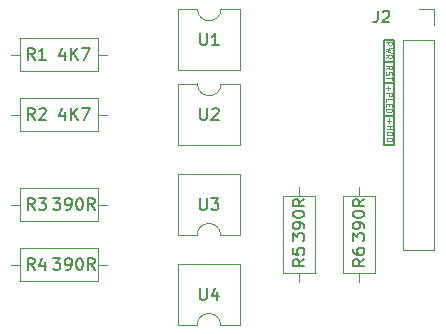
<source format=gbr>
%TF.GenerationSoftware,KiCad,Pcbnew,(6.0.5)*%
%TF.CreationDate,2022-06-14T19:42:58+01:00*%
%TF.ProjectId,PiKVM,50694b56-4d2e-46b6-9963-61645f706362,rev?*%
%TF.SameCoordinates,Original*%
%TF.FileFunction,Legend,Top*%
%TF.FilePolarity,Positive*%
%FSLAX46Y46*%
G04 Gerber Fmt 4.6, Leading zero omitted, Abs format (unit mm)*
G04 Created by KiCad (PCBNEW (6.0.5)) date 2022-06-14 19:42:58*
%MOMM*%
%LPD*%
G01*
G04 APERTURE LIST*
%ADD10C,0.150000*%
%ADD11C,0.075000*%
%ADD12C,0.120000*%
G04 APERTURE END LIST*
D10*
X69024500Y-29210000D02*
X68135500Y-29210000D01*
X68135500Y-38100000D02*
X69024500Y-38100000D01*
X69024500Y-38100000D02*
X69024500Y-29210000D01*
X68135500Y-32893000D02*
X69024500Y-32893000D01*
X68135500Y-29210000D02*
X68135500Y-38100000D01*
X68135500Y-31115000D02*
X69024500Y-31115000D01*
X68135500Y-35687000D02*
X69024500Y-35687000D01*
D11*
X68315709Y-31730190D02*
X68553804Y-31563523D01*
X68315709Y-31444476D02*
X68815709Y-31444476D01*
X68815709Y-31634952D01*
X68791900Y-31682571D01*
X68768090Y-31706380D01*
X68720471Y-31730190D01*
X68649042Y-31730190D01*
X68601423Y-31706380D01*
X68577614Y-31682571D01*
X68553804Y-31634952D01*
X68553804Y-31444476D01*
X68339519Y-31920666D02*
X68315709Y-31992095D01*
X68315709Y-32111142D01*
X68339519Y-32158761D01*
X68363328Y-32182571D01*
X68410947Y-32206380D01*
X68458566Y-32206380D01*
X68506185Y-32182571D01*
X68529995Y-32158761D01*
X68553804Y-32111142D01*
X68577614Y-32015904D01*
X68601423Y-31968285D01*
X68625233Y-31944476D01*
X68672852Y-31920666D01*
X68720471Y-31920666D01*
X68768090Y-31944476D01*
X68791900Y-31968285D01*
X68815709Y-32015904D01*
X68815709Y-32134952D01*
X68791900Y-32206380D01*
X68815709Y-32349238D02*
X68815709Y-32634952D01*
X68315709Y-32492095D02*
X68815709Y-32492095D01*
X68290309Y-29432333D02*
X68790309Y-29432333D01*
X68790309Y-29622809D01*
X68766500Y-29670428D01*
X68742690Y-29694238D01*
X68695071Y-29718047D01*
X68623642Y-29718047D01*
X68576023Y-29694238D01*
X68552214Y-29670428D01*
X68528404Y-29622809D01*
X68528404Y-29432333D01*
X68790309Y-29884714D02*
X68290309Y-30003761D01*
X68647452Y-30099000D01*
X68290309Y-30194238D01*
X68790309Y-30313285D01*
X68290309Y-30789476D02*
X68528404Y-30622809D01*
X68290309Y-30503761D02*
X68790309Y-30503761D01*
X68790309Y-30694238D01*
X68766500Y-30741857D01*
X68742690Y-30765666D01*
X68695071Y-30789476D01*
X68623642Y-30789476D01*
X68576023Y-30765666D01*
X68552214Y-30741857D01*
X68528404Y-30694238D01*
X68528404Y-30503761D01*
X68506185Y-33120152D02*
X68506185Y-33501104D01*
X68315709Y-33310628D02*
X68696661Y-33310628D01*
X68315709Y-33739200D02*
X68815709Y-33739200D01*
X68815709Y-33929676D01*
X68791900Y-33977295D01*
X68768090Y-34001104D01*
X68720471Y-34024914D01*
X68649042Y-34024914D01*
X68601423Y-34001104D01*
X68577614Y-33977295D01*
X68553804Y-33929676D01*
X68553804Y-33739200D01*
X68315709Y-34477295D02*
X68315709Y-34239200D01*
X68815709Y-34239200D01*
X68577614Y-34643961D02*
X68577614Y-34810628D01*
X68315709Y-34882057D02*
X68315709Y-34643961D01*
X68815709Y-34643961D01*
X68815709Y-34882057D01*
X68315709Y-35096342D02*
X68815709Y-35096342D01*
X68815709Y-35215390D01*
X68791900Y-35286819D01*
X68744280Y-35334438D01*
X68696661Y-35358247D01*
X68601423Y-35382057D01*
X68529995Y-35382057D01*
X68434757Y-35358247D01*
X68387138Y-35334438D01*
X68339519Y-35286819D01*
X68315709Y-35215390D01*
X68315709Y-35096342D01*
X68556985Y-35877619D02*
X68556985Y-36258571D01*
X68366509Y-36068095D02*
X68747461Y-36068095D01*
X68366509Y-36496666D02*
X68866509Y-36496666D01*
X68628414Y-36496666D02*
X68628414Y-36782380D01*
X68366509Y-36782380D02*
X68866509Y-36782380D01*
X68366509Y-37020476D02*
X68866509Y-37020476D01*
X68866509Y-37139523D01*
X68842700Y-37210952D01*
X68795080Y-37258571D01*
X68747461Y-37282380D01*
X68652223Y-37306190D01*
X68580795Y-37306190D01*
X68485557Y-37282380D01*
X68437938Y-37258571D01*
X68390319Y-37210952D01*
X68366509Y-37139523D01*
X68366509Y-37020476D01*
X68366509Y-37520476D02*
X68866509Y-37520476D01*
X68866509Y-37639523D01*
X68842700Y-37710952D01*
X68795080Y-37758571D01*
X68747461Y-37782380D01*
X68652223Y-37806190D01*
X68580795Y-37806190D01*
X68485557Y-37782380D01*
X68437938Y-37758571D01*
X68390319Y-37710952D01*
X68366509Y-37639523D01*
X68366509Y-37520476D01*
D10*
%TO.C,U3*%
X52568095Y-42632380D02*
X52568095Y-43441904D01*
X52615714Y-43537142D01*
X52663333Y-43584761D01*
X52758571Y-43632380D01*
X52949047Y-43632380D01*
X53044285Y-43584761D01*
X53091904Y-43537142D01*
X53139523Y-43441904D01*
X53139523Y-42632380D01*
X53520476Y-42632380D02*
X54139523Y-42632380D01*
X53806190Y-43013333D01*
X53949047Y-43013333D01*
X54044285Y-43060952D01*
X54091904Y-43108571D01*
X54139523Y-43203809D01*
X54139523Y-43441904D01*
X54091904Y-43537142D01*
X54044285Y-43584761D01*
X53949047Y-43632380D01*
X53663333Y-43632380D01*
X53568095Y-43584761D01*
X53520476Y-43537142D01*
%TO.C,J2*%
X67611666Y-26757380D02*
X67611666Y-27471666D01*
X67564047Y-27614523D01*
X67468809Y-27709761D01*
X67325952Y-27757380D01*
X67230714Y-27757380D01*
X68040238Y-26852619D02*
X68087857Y-26805000D01*
X68183095Y-26757380D01*
X68421190Y-26757380D01*
X68516428Y-26805000D01*
X68564047Y-26852619D01*
X68611666Y-26947857D01*
X68611666Y-27043095D01*
X68564047Y-27185952D01*
X67992619Y-27757380D01*
X68611666Y-27757380D01*
%TO.C,R3*%
X38568333Y-43632380D02*
X38235000Y-43156190D01*
X37996904Y-43632380D02*
X37996904Y-42632380D01*
X38377857Y-42632380D01*
X38473095Y-42680000D01*
X38520714Y-42727619D01*
X38568333Y-42822857D01*
X38568333Y-42965714D01*
X38520714Y-43060952D01*
X38473095Y-43108571D01*
X38377857Y-43156190D01*
X37996904Y-43156190D01*
X38901666Y-42632380D02*
X39520714Y-42632380D01*
X39187380Y-43013333D01*
X39330238Y-43013333D01*
X39425476Y-43060952D01*
X39473095Y-43108571D01*
X39520714Y-43203809D01*
X39520714Y-43441904D01*
X39473095Y-43537142D01*
X39425476Y-43584761D01*
X39330238Y-43632380D01*
X39044523Y-43632380D01*
X38949285Y-43584761D01*
X38901666Y-43537142D01*
X40124285Y-42632380D02*
X40743333Y-42632380D01*
X40410000Y-43013333D01*
X40552857Y-43013333D01*
X40648095Y-43060952D01*
X40695714Y-43108571D01*
X40743333Y-43203809D01*
X40743333Y-43441904D01*
X40695714Y-43537142D01*
X40648095Y-43584761D01*
X40552857Y-43632380D01*
X40267142Y-43632380D01*
X40171904Y-43584761D01*
X40124285Y-43537142D01*
X41219523Y-43632380D02*
X41410000Y-43632380D01*
X41505238Y-43584761D01*
X41552857Y-43537142D01*
X41648095Y-43394285D01*
X41695714Y-43203809D01*
X41695714Y-42822857D01*
X41648095Y-42727619D01*
X41600476Y-42680000D01*
X41505238Y-42632380D01*
X41314761Y-42632380D01*
X41219523Y-42680000D01*
X41171904Y-42727619D01*
X41124285Y-42822857D01*
X41124285Y-43060952D01*
X41171904Y-43156190D01*
X41219523Y-43203809D01*
X41314761Y-43251428D01*
X41505238Y-43251428D01*
X41600476Y-43203809D01*
X41648095Y-43156190D01*
X41695714Y-43060952D01*
X42314761Y-42632380D02*
X42410000Y-42632380D01*
X42505238Y-42680000D01*
X42552857Y-42727619D01*
X42600476Y-42822857D01*
X42648095Y-43013333D01*
X42648095Y-43251428D01*
X42600476Y-43441904D01*
X42552857Y-43537142D01*
X42505238Y-43584761D01*
X42410000Y-43632380D01*
X42314761Y-43632380D01*
X42219523Y-43584761D01*
X42171904Y-43537142D01*
X42124285Y-43441904D01*
X42076666Y-43251428D01*
X42076666Y-43013333D01*
X42124285Y-42822857D01*
X42171904Y-42727619D01*
X42219523Y-42680000D01*
X42314761Y-42632380D01*
X43648095Y-43632380D02*
X43314761Y-43156190D01*
X43076666Y-43632380D02*
X43076666Y-42632380D01*
X43457619Y-42632380D01*
X43552857Y-42680000D01*
X43600476Y-42727619D01*
X43648095Y-42822857D01*
X43648095Y-42965714D01*
X43600476Y-43060952D01*
X43552857Y-43108571D01*
X43457619Y-43156190D01*
X43076666Y-43156190D01*
%TO.C,R1*%
X38568333Y-30932380D02*
X38235000Y-30456190D01*
X37996904Y-30932380D02*
X37996904Y-29932380D01*
X38377857Y-29932380D01*
X38473095Y-29980000D01*
X38520714Y-30027619D01*
X38568333Y-30122857D01*
X38568333Y-30265714D01*
X38520714Y-30360952D01*
X38473095Y-30408571D01*
X38377857Y-30456190D01*
X37996904Y-30456190D01*
X39520714Y-30932380D02*
X38949285Y-30932380D01*
X39235000Y-30932380D02*
X39235000Y-29932380D01*
X39139761Y-30075238D01*
X39044523Y-30170476D01*
X38949285Y-30218095D01*
X41124285Y-30265714D02*
X41124285Y-30932380D01*
X40886190Y-29884761D02*
X40648095Y-30599047D01*
X41267142Y-30599047D01*
X41648095Y-30932380D02*
X41648095Y-29932380D01*
X42219523Y-30932380D02*
X41790952Y-30360952D01*
X42219523Y-29932380D02*
X41648095Y-30503809D01*
X42552857Y-29932380D02*
X43219523Y-29932380D01*
X42790952Y-30932380D01*
%TO.C,U1*%
X52588095Y-28667380D02*
X52588095Y-29476904D01*
X52635714Y-29572142D01*
X52683333Y-29619761D01*
X52778571Y-29667380D01*
X52969047Y-29667380D01*
X53064285Y-29619761D01*
X53111904Y-29572142D01*
X53159523Y-29476904D01*
X53159523Y-28667380D01*
X54159523Y-29667380D02*
X53588095Y-29667380D01*
X53873809Y-29667380D02*
X53873809Y-28667380D01*
X53778571Y-28810238D01*
X53683333Y-28905476D01*
X53588095Y-28953095D01*
%TO.C,U4*%
X52568095Y-50252380D02*
X52568095Y-51061904D01*
X52615714Y-51157142D01*
X52663333Y-51204761D01*
X52758571Y-51252380D01*
X52949047Y-51252380D01*
X53044285Y-51204761D01*
X53091904Y-51157142D01*
X53139523Y-51061904D01*
X53139523Y-50252380D01*
X54044285Y-50585714D02*
X54044285Y-51252380D01*
X53806190Y-50204761D02*
X53568095Y-50919047D01*
X54187142Y-50919047D01*
%TO.C,R6*%
X66492380Y-47791666D02*
X66016190Y-48125000D01*
X66492380Y-48363095D02*
X65492380Y-48363095D01*
X65492380Y-47982142D01*
X65540000Y-47886904D01*
X65587619Y-47839285D01*
X65682857Y-47791666D01*
X65825714Y-47791666D01*
X65920952Y-47839285D01*
X65968571Y-47886904D01*
X66016190Y-47982142D01*
X66016190Y-48363095D01*
X65492380Y-46934523D02*
X65492380Y-47125000D01*
X65540000Y-47220238D01*
X65587619Y-47267857D01*
X65730476Y-47363095D01*
X65920952Y-47410714D01*
X66301904Y-47410714D01*
X66397142Y-47363095D01*
X66444761Y-47315476D01*
X66492380Y-47220238D01*
X66492380Y-47029761D01*
X66444761Y-46934523D01*
X66397142Y-46886904D01*
X66301904Y-46839285D01*
X66063809Y-46839285D01*
X65968571Y-46886904D01*
X65920952Y-46934523D01*
X65873333Y-47029761D01*
X65873333Y-47220238D01*
X65920952Y-47315476D01*
X65968571Y-47363095D01*
X66063809Y-47410714D01*
X65492380Y-46235714D02*
X65492380Y-45616666D01*
X65873333Y-45950000D01*
X65873333Y-45807142D01*
X65920952Y-45711904D01*
X65968571Y-45664285D01*
X66063809Y-45616666D01*
X66301904Y-45616666D01*
X66397142Y-45664285D01*
X66444761Y-45711904D01*
X66492380Y-45807142D01*
X66492380Y-46092857D01*
X66444761Y-46188095D01*
X66397142Y-46235714D01*
X66492380Y-45140476D02*
X66492380Y-44950000D01*
X66444761Y-44854761D01*
X66397142Y-44807142D01*
X66254285Y-44711904D01*
X66063809Y-44664285D01*
X65682857Y-44664285D01*
X65587619Y-44711904D01*
X65540000Y-44759523D01*
X65492380Y-44854761D01*
X65492380Y-45045238D01*
X65540000Y-45140476D01*
X65587619Y-45188095D01*
X65682857Y-45235714D01*
X65920952Y-45235714D01*
X66016190Y-45188095D01*
X66063809Y-45140476D01*
X66111428Y-45045238D01*
X66111428Y-44854761D01*
X66063809Y-44759523D01*
X66016190Y-44711904D01*
X65920952Y-44664285D01*
X65492380Y-44045238D02*
X65492380Y-43950000D01*
X65540000Y-43854761D01*
X65587619Y-43807142D01*
X65682857Y-43759523D01*
X65873333Y-43711904D01*
X66111428Y-43711904D01*
X66301904Y-43759523D01*
X66397142Y-43807142D01*
X66444761Y-43854761D01*
X66492380Y-43950000D01*
X66492380Y-44045238D01*
X66444761Y-44140476D01*
X66397142Y-44188095D01*
X66301904Y-44235714D01*
X66111428Y-44283333D01*
X65873333Y-44283333D01*
X65682857Y-44235714D01*
X65587619Y-44188095D01*
X65540000Y-44140476D01*
X65492380Y-44045238D01*
X66492380Y-42711904D02*
X66016190Y-43045238D01*
X66492380Y-43283333D02*
X65492380Y-43283333D01*
X65492380Y-42902380D01*
X65540000Y-42807142D01*
X65587619Y-42759523D01*
X65682857Y-42711904D01*
X65825714Y-42711904D01*
X65920952Y-42759523D01*
X65968571Y-42807142D01*
X66016190Y-42902380D01*
X66016190Y-43283333D01*
%TO.C,R2*%
X38568333Y-36012380D02*
X38235000Y-35536190D01*
X37996904Y-36012380D02*
X37996904Y-35012380D01*
X38377857Y-35012380D01*
X38473095Y-35060000D01*
X38520714Y-35107619D01*
X38568333Y-35202857D01*
X38568333Y-35345714D01*
X38520714Y-35440952D01*
X38473095Y-35488571D01*
X38377857Y-35536190D01*
X37996904Y-35536190D01*
X38949285Y-35107619D02*
X38996904Y-35060000D01*
X39092142Y-35012380D01*
X39330238Y-35012380D01*
X39425476Y-35060000D01*
X39473095Y-35107619D01*
X39520714Y-35202857D01*
X39520714Y-35298095D01*
X39473095Y-35440952D01*
X38901666Y-36012380D01*
X39520714Y-36012380D01*
X41124285Y-35345714D02*
X41124285Y-36012380D01*
X40886190Y-34964761D02*
X40648095Y-35679047D01*
X41267142Y-35679047D01*
X41648095Y-36012380D02*
X41648095Y-35012380D01*
X42219523Y-36012380D02*
X41790952Y-35440952D01*
X42219523Y-35012380D02*
X41648095Y-35583809D01*
X42552857Y-35012380D02*
X43219523Y-35012380D01*
X42790952Y-36012380D01*
%TO.C,R5*%
X61412380Y-47791666D02*
X60936190Y-48125000D01*
X61412380Y-48363095D02*
X60412380Y-48363095D01*
X60412380Y-47982142D01*
X60460000Y-47886904D01*
X60507619Y-47839285D01*
X60602857Y-47791666D01*
X60745714Y-47791666D01*
X60840952Y-47839285D01*
X60888571Y-47886904D01*
X60936190Y-47982142D01*
X60936190Y-48363095D01*
X60412380Y-46886904D02*
X60412380Y-47363095D01*
X60888571Y-47410714D01*
X60840952Y-47363095D01*
X60793333Y-47267857D01*
X60793333Y-47029761D01*
X60840952Y-46934523D01*
X60888571Y-46886904D01*
X60983809Y-46839285D01*
X61221904Y-46839285D01*
X61317142Y-46886904D01*
X61364761Y-46934523D01*
X61412380Y-47029761D01*
X61412380Y-47267857D01*
X61364761Y-47363095D01*
X61317142Y-47410714D01*
X60412380Y-46235714D02*
X60412380Y-45616666D01*
X60793333Y-45950000D01*
X60793333Y-45807142D01*
X60840952Y-45711904D01*
X60888571Y-45664285D01*
X60983809Y-45616666D01*
X61221904Y-45616666D01*
X61317142Y-45664285D01*
X61364761Y-45711904D01*
X61412380Y-45807142D01*
X61412380Y-46092857D01*
X61364761Y-46188095D01*
X61317142Y-46235714D01*
X61412380Y-45140476D02*
X61412380Y-44950000D01*
X61364761Y-44854761D01*
X61317142Y-44807142D01*
X61174285Y-44711904D01*
X60983809Y-44664285D01*
X60602857Y-44664285D01*
X60507619Y-44711904D01*
X60460000Y-44759523D01*
X60412380Y-44854761D01*
X60412380Y-45045238D01*
X60460000Y-45140476D01*
X60507619Y-45188095D01*
X60602857Y-45235714D01*
X60840952Y-45235714D01*
X60936190Y-45188095D01*
X60983809Y-45140476D01*
X61031428Y-45045238D01*
X61031428Y-44854761D01*
X60983809Y-44759523D01*
X60936190Y-44711904D01*
X60840952Y-44664285D01*
X60412380Y-44045238D02*
X60412380Y-43950000D01*
X60460000Y-43854761D01*
X60507619Y-43807142D01*
X60602857Y-43759523D01*
X60793333Y-43711904D01*
X61031428Y-43711904D01*
X61221904Y-43759523D01*
X61317142Y-43807142D01*
X61364761Y-43854761D01*
X61412380Y-43950000D01*
X61412380Y-44045238D01*
X61364761Y-44140476D01*
X61317142Y-44188095D01*
X61221904Y-44235714D01*
X61031428Y-44283333D01*
X60793333Y-44283333D01*
X60602857Y-44235714D01*
X60507619Y-44188095D01*
X60460000Y-44140476D01*
X60412380Y-44045238D01*
X61412380Y-42711904D02*
X60936190Y-43045238D01*
X61412380Y-43283333D02*
X60412380Y-43283333D01*
X60412380Y-42902380D01*
X60460000Y-42807142D01*
X60507619Y-42759523D01*
X60602857Y-42711904D01*
X60745714Y-42711904D01*
X60840952Y-42759523D01*
X60888571Y-42807142D01*
X60936190Y-42902380D01*
X60936190Y-43283333D01*
%TO.C,U2*%
X52588095Y-35012380D02*
X52588095Y-35821904D01*
X52635714Y-35917142D01*
X52683333Y-35964761D01*
X52778571Y-36012380D01*
X52969047Y-36012380D01*
X53064285Y-35964761D01*
X53111904Y-35917142D01*
X53159523Y-35821904D01*
X53159523Y-35012380D01*
X53588095Y-35107619D02*
X53635714Y-35060000D01*
X53730952Y-35012380D01*
X53969047Y-35012380D01*
X54064285Y-35060000D01*
X54111904Y-35107619D01*
X54159523Y-35202857D01*
X54159523Y-35298095D01*
X54111904Y-35440952D01*
X53540476Y-36012380D01*
X54159523Y-36012380D01*
%TO.C,R4*%
X38568333Y-48712380D02*
X38235000Y-48236190D01*
X37996904Y-48712380D02*
X37996904Y-47712380D01*
X38377857Y-47712380D01*
X38473095Y-47760000D01*
X38520714Y-47807619D01*
X38568333Y-47902857D01*
X38568333Y-48045714D01*
X38520714Y-48140952D01*
X38473095Y-48188571D01*
X38377857Y-48236190D01*
X37996904Y-48236190D01*
X39425476Y-48045714D02*
X39425476Y-48712380D01*
X39187380Y-47664761D02*
X38949285Y-48379047D01*
X39568333Y-48379047D01*
X40124285Y-47712380D02*
X40743333Y-47712380D01*
X40410000Y-48093333D01*
X40552857Y-48093333D01*
X40648095Y-48140952D01*
X40695714Y-48188571D01*
X40743333Y-48283809D01*
X40743333Y-48521904D01*
X40695714Y-48617142D01*
X40648095Y-48664761D01*
X40552857Y-48712380D01*
X40267142Y-48712380D01*
X40171904Y-48664761D01*
X40124285Y-48617142D01*
X41219523Y-48712380D02*
X41410000Y-48712380D01*
X41505238Y-48664761D01*
X41552857Y-48617142D01*
X41648095Y-48474285D01*
X41695714Y-48283809D01*
X41695714Y-47902857D01*
X41648095Y-47807619D01*
X41600476Y-47760000D01*
X41505238Y-47712380D01*
X41314761Y-47712380D01*
X41219523Y-47760000D01*
X41171904Y-47807619D01*
X41124285Y-47902857D01*
X41124285Y-48140952D01*
X41171904Y-48236190D01*
X41219523Y-48283809D01*
X41314761Y-48331428D01*
X41505238Y-48331428D01*
X41600476Y-48283809D01*
X41648095Y-48236190D01*
X41695714Y-48140952D01*
X42314761Y-47712380D02*
X42410000Y-47712380D01*
X42505238Y-47760000D01*
X42552857Y-47807619D01*
X42600476Y-47902857D01*
X42648095Y-48093333D01*
X42648095Y-48331428D01*
X42600476Y-48521904D01*
X42552857Y-48617142D01*
X42505238Y-48664761D01*
X42410000Y-48712380D01*
X42314761Y-48712380D01*
X42219523Y-48664761D01*
X42171904Y-48617142D01*
X42124285Y-48521904D01*
X42076666Y-48331428D01*
X42076666Y-48093333D01*
X42124285Y-47902857D01*
X42171904Y-47807619D01*
X42219523Y-47760000D01*
X42314761Y-47712380D01*
X43648095Y-48712380D02*
X43314761Y-48236190D01*
X43076666Y-48712380D02*
X43076666Y-47712380D01*
X43457619Y-47712380D01*
X43552857Y-47760000D01*
X43600476Y-47807619D01*
X43648095Y-47902857D01*
X43648095Y-48045714D01*
X43600476Y-48140952D01*
X43552857Y-48188571D01*
X43457619Y-48236190D01*
X43076666Y-48236190D01*
D12*
%TO.C,U3*%
X55980000Y-45785000D02*
X55980000Y-40585000D01*
X55980000Y-40585000D02*
X50680000Y-40585000D01*
X50680000Y-45785000D02*
X52330000Y-45785000D01*
X50680000Y-40585000D02*
X50680000Y-45785000D01*
X54330000Y-45785000D02*
X55980000Y-45785000D01*
X54330000Y-45785000D02*
G75*
G03*
X52330000Y-45785000I-1000000J0D01*
G01*
%TO.C,J2*%
X72425000Y-29210000D02*
X72425000Y-47050000D01*
X71095000Y-26610000D02*
X72425000Y-26610000D01*
X72425000Y-26610000D02*
X72425000Y-27940000D01*
X69765000Y-47050000D02*
X72425000Y-47050000D01*
X69765000Y-29210000D02*
X72425000Y-29210000D01*
X69765000Y-29210000D02*
X69765000Y-47050000D01*
%TO.C,R3*%
X43910000Y-44550000D02*
X43910000Y-41810000D01*
X37370000Y-44550000D02*
X43910000Y-44550000D01*
X36600000Y-43180000D02*
X37370000Y-43180000D01*
X43910000Y-41810000D02*
X37370000Y-41810000D01*
X37370000Y-41810000D02*
X37370000Y-44550000D01*
X44680000Y-43180000D02*
X43910000Y-43180000D01*
%TO.C,R1*%
X43910000Y-31850000D02*
X43910000Y-29110000D01*
X37370000Y-29110000D02*
X37370000Y-31850000D01*
X44680000Y-30480000D02*
X43910000Y-30480000D01*
X36600000Y-30480000D02*
X37370000Y-30480000D01*
X43910000Y-29110000D02*
X37370000Y-29110000D01*
X37370000Y-31850000D02*
X43910000Y-31850000D01*
%TO.C,U1*%
X56000000Y-31810000D02*
X56000000Y-26610000D01*
X56000000Y-26610000D02*
X54350000Y-26610000D01*
X50700000Y-26610000D02*
X50700000Y-31810000D01*
X50700000Y-31810000D02*
X56000000Y-31810000D01*
X52350000Y-26610000D02*
X50700000Y-26610000D01*
X52350000Y-26610000D02*
G75*
G03*
X54350000Y-26610000I1000000J0D01*
G01*
%TO.C,U4*%
X54330000Y-53405000D02*
X55980000Y-53405000D01*
X55980000Y-48205000D02*
X50680000Y-48205000D01*
X50680000Y-53405000D02*
X52330000Y-53405000D01*
X55980000Y-53405000D02*
X55980000Y-48205000D01*
X50680000Y-48205000D02*
X50680000Y-53405000D01*
X54330000Y-53405000D02*
G75*
G03*
X52330000Y-53405000I-1000000J0D01*
G01*
%TO.C,R6*%
X66040000Y-49760000D02*
X66040000Y-48990000D01*
X67410000Y-48990000D02*
X67410000Y-42450000D01*
X66040000Y-41680000D02*
X66040000Y-42450000D01*
X67410000Y-42450000D02*
X64670000Y-42450000D01*
X64670000Y-48990000D02*
X67410000Y-48990000D01*
X64670000Y-42450000D02*
X64670000Y-48990000D01*
%TO.C,R2*%
X43910000Y-34190000D02*
X37370000Y-34190000D01*
X36600000Y-35560000D02*
X37370000Y-35560000D01*
X43910000Y-36930000D02*
X43910000Y-34190000D01*
X37370000Y-36930000D02*
X43910000Y-36930000D01*
X37370000Y-34190000D02*
X37370000Y-36930000D01*
X44680000Y-35560000D02*
X43910000Y-35560000D01*
%TO.C,R5*%
X62330000Y-42450000D02*
X59590000Y-42450000D01*
X59590000Y-48990000D02*
X62330000Y-48990000D01*
X59590000Y-42450000D02*
X59590000Y-48990000D01*
X60960000Y-49760000D02*
X60960000Y-48990000D01*
X60960000Y-41680000D02*
X60960000Y-42450000D01*
X62330000Y-48990000D02*
X62330000Y-42450000D01*
%TO.C,U2*%
X50700000Y-38155000D02*
X56000000Y-38155000D01*
X56000000Y-32955000D02*
X54350000Y-32955000D01*
X52350000Y-32955000D02*
X50700000Y-32955000D01*
X56000000Y-38155000D02*
X56000000Y-32955000D01*
X50700000Y-32955000D02*
X50700000Y-38155000D01*
X52350000Y-32955000D02*
G75*
G03*
X54350000Y-32955000I1000000J0D01*
G01*
%TO.C,R4*%
X43910000Y-49630000D02*
X43910000Y-46890000D01*
X44680000Y-48260000D02*
X43910000Y-48260000D01*
X36600000Y-48260000D02*
X37370000Y-48260000D01*
X37370000Y-49630000D02*
X43910000Y-49630000D01*
X43910000Y-46890000D02*
X37370000Y-46890000D01*
X37370000Y-46890000D02*
X37370000Y-49630000D01*
%TD*%
M02*

</source>
